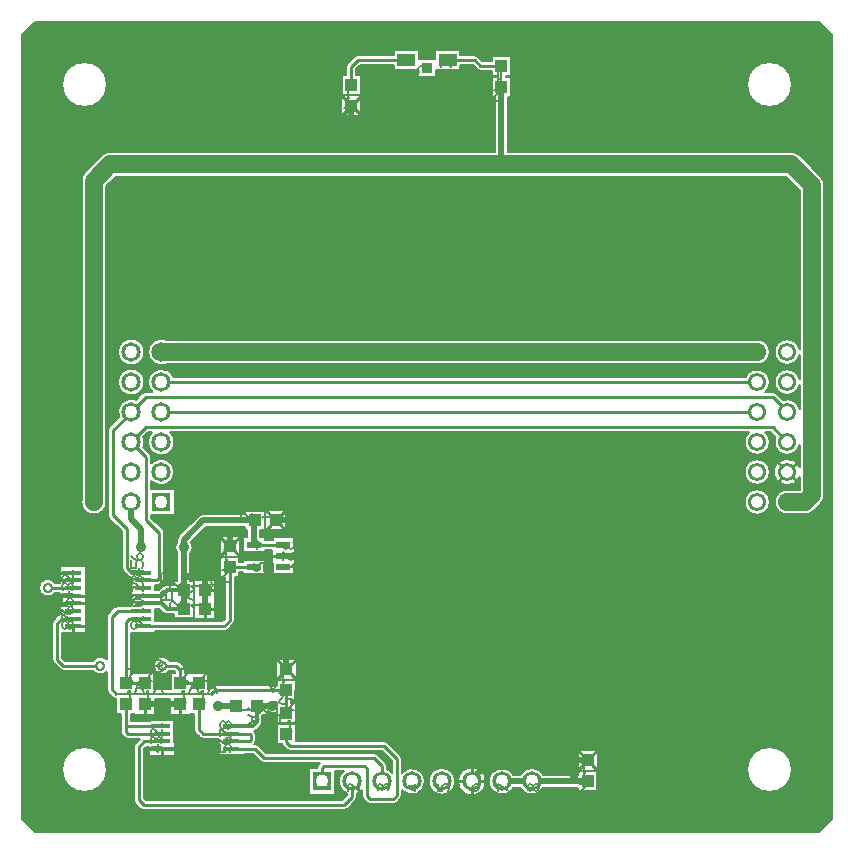
<source format=gbr>
G04 DesignSpark PCB PRO Gerber Version 10.0 Build 5299*
G04 #@! TF.Part,Single*
G04 #@! TF.FileFunction,Copper,L1,Top*
G04 #@! TF.FilePolarity,Positive*
%FSLAX35Y35*%
%MOIN*%
G04 #@! TA.AperFunction,SMDPad,CuDef*
%ADD77R,0.03937X0.04291*%
%ADD76R,0.03543X0.03543*%
G04 #@! TD.AperFunction*
%ADD18C,0.00500*%
%ADD70C,0.00787*%
%ADD23C,0.00984*%
%ADD22C,0.01000*%
%ADD26C,0.01181*%
%ADD24C,0.01969*%
%ADD137C,0.05906*%
G04 #@! TA.AperFunction,SMDPad,CuDef*
%ADD142R,0.05807X0.01772*%
%ADD143R,0.04724X0.02362*%
%ADD74R,0.04291X0.03937*%
%ADD75R,0.05906X0.04331*%
G04 #@! TA.AperFunction,ViaPad*
%ADD136C,0.03543X0.01969*%
%ADD138C,0.06000X0.03500*%
G04 #@! TA.AperFunction,ComponentPad*
%ADD139C,0.06102X0.04094*%
%ADD140R,0.06496X0.06496X0.04331*%
%ADD141C,0.06496X0.04331*%
%ADD144C,0.39370X0.25000*%
G04 #@! TD.AperFunction*
X0Y0D02*
D02*
D18*
X22333Y71804D02*
Y72429D01*
X22020Y73054D01*
X21396Y73366D01*
X20770Y73054D01*
X20458Y72429D01*
Y71804D01*
X20770Y71179D01*
X21396Y70866D01*
X22020Y71179D01*
X22333Y71804D01*
X22646Y71179D01*
X23270Y70866D01*
X23896Y71179D01*
X24208Y71804D01*
Y72429D01*
X23896Y73054D01*
X23270Y73366D01*
X22646Y73054D01*
X22333Y72429D01*
X24208Y73425D02*
X20458Y75925D01*
Y73425D01*
X23270Y75984D02*
X22646Y76297D01*
X22333Y76922D01*
Y77547D01*
X22646Y78172D01*
X23270Y78484D01*
X23896Y78172D01*
X24208Y77547D01*
Y76922D01*
X23896Y76297D01*
X23270Y75984D01*
X22333D01*
X21396Y76297D01*
X20770Y76922D01*
X20458Y77547D01*
X23896Y78543D02*
X24208Y79169D01*
Y80106D01*
X23896Y80731D01*
X23270Y81043D01*
X22958D01*
X22333Y80731D01*
X22020Y80106D01*
Y78543D01*
X20458D01*
Y81043D01*
X24208Y82665D02*
X20458D01*
X22958Y81102D01*
Y83602D01*
X23896Y83974D02*
X24208Y84599D01*
Y85224D01*
X23896Y85849D01*
X23270Y86161D01*
X22646Y85849D01*
X22333Y85224D01*
Y84599D01*
Y85224D02*
X22020Y85849D01*
X21396Y86161D01*
X20770Y85849D01*
X20458Y85224D01*
Y84599D01*
X20770Y83974D01*
X24208Y88720D02*
Y86220D01*
X22020Y88408D01*
X21396Y88720D01*
X20770Y88408D01*
X20458Y87783D01*
Y86846D01*
X20770Y86220D01*
X24208Y89405D02*
Y90655D01*
Y90030D02*
X20458D01*
X21083Y89405D01*
X42357Y46650D02*
X43607D01*
X42982D02*
Y50400D01*
X42357Y49775D01*
X44232Y53650D02*
X41732D01*
X43920Y55838D01*
X44232Y56463D01*
X43920Y57088D01*
X43295Y57400D01*
X42357D01*
X41732Y57088D01*
X44732Y49650D02*
X46295Y53400D01*
X47857Y49650D01*
X45357Y51213D02*
X47232D01*
X46920Y58525D02*
X47545Y58213D01*
X47857Y57588D01*
X47545Y56963D01*
X46920Y56650D01*
X44732D01*
Y60400D01*
X46920D01*
X47545Y60088D01*
X47857Y59463D01*
X47545Y58838D01*
X46920Y58525D01*
X44732D01*
X48657Y46650D02*
X49907D01*
X49281D02*
Y50400D01*
X48657Y49775D01*
X50531Y53650D02*
X48031D01*
X50219Y55838D01*
X50531Y56463D01*
X50219Y57088D01*
X49594Y57400D01*
X48657D01*
X48031Y57088D01*
X47342Y71804D02*
X47030Y72429D01*
X46404Y73054D01*
X45467Y73366D01*
X44530D01*
X43904Y73054D01*
X43592Y72429D01*
Y71804D01*
X43904Y71179D01*
X44530Y70866D01*
X45154Y71179D01*
X45467Y71804D01*
Y72429D01*
X45154Y73054D01*
X44530Y73366D01*
X47342Y74050D02*
Y75300D01*
Y74675D02*
X43592D01*
X44217Y74050D01*
X47030Y78738D02*
X47342Y79363D01*
Y79988D01*
X47030Y80613D01*
X46404Y80925D01*
X44530D01*
X43904Y80613D01*
X43592Y79988D01*
Y79363D01*
X43904Y78738D01*
X44530Y78425D01*
X46404D01*
X47030Y78738D01*
X43904Y80613D01*
X47342Y76609D02*
Y77859D01*
Y77234D02*
X43592D01*
X44217Y76609D01*
X47342Y81609D02*
Y82859D01*
Y82234D02*
X43592D01*
X44217Y81609D01*
X47342Y79169D02*
Y80419D01*
Y79793D02*
X43592D01*
X44217Y79169D01*
X47342Y86043D02*
Y83543D01*
X45154Y85731D01*
X44530Y86043D01*
X43904Y85731D01*
X43592Y85106D01*
Y84169D01*
X43904Y83543D01*
X47342Y81728D02*
Y82978D01*
Y82352D02*
X43592D01*
X44217Y81728D01*
X47030Y86415D02*
X47342Y87040D01*
Y87665D01*
X47030Y88290D01*
X46404Y88602D01*
X45780Y88290D01*
X45467Y87665D01*
Y87040D01*
Y87665D02*
X45154Y88290D01*
X44530Y88602D01*
X43904Y88290D01*
X43592Y87665D01*
Y87040D01*
X43904Y86415D01*
X47342Y84287D02*
Y85537D01*
Y84911D02*
X43592D01*
X44217Y84287D01*
X47342Y90224D02*
X43592D01*
X46092Y88661D01*
Y91161D01*
X47342Y86846D02*
Y88096D01*
Y87470D02*
X43592D01*
X44217Y86846D01*
X47030Y91220D02*
X47342Y91846D01*
Y92783D01*
X47030Y93408D01*
X46404Y93720D01*
X46092D01*
X45467Y93408D01*
X45154Y92783D01*
Y91220D01*
X43592D01*
Y93720D01*
X47342Y89405D02*
Y90655D01*
Y90030D02*
X43592D01*
X44217Y89405D01*
X46404Y93780D02*
X45780Y94092D01*
X45467Y94717D01*
Y95342D01*
X45780Y95967D01*
X46404Y96280D01*
X47030Y95967D01*
X47342Y95342D01*
Y94717D01*
X47030Y94092D01*
X46404Y93780D01*
X45467D01*
X44530Y94092D01*
X43904Y94717D01*
X43592Y95342D01*
X51031Y49650D02*
X52594Y53400D01*
X54157Y49650D01*
X51657Y51213D02*
X53531D01*
X53219Y58525D02*
X53844Y58213D01*
X54157Y57588D01*
X53844Y56963D01*
X53219Y56650D01*
X51031D01*
Y60400D01*
X53219D01*
X53844Y60088D01*
X54157Y59463D01*
X53844Y58838D01*
X53219Y58525D01*
X51031D01*
X53736Y31484D02*
X49986D01*
X52486Y29921D01*
Y32421D01*
X53423Y32793D02*
X53736Y33418D01*
Y34043D01*
X53423Y34668D01*
X52798Y34980D01*
X52173Y34668D01*
X51861Y34043D01*
Y33418D01*
Y34043D02*
X51548Y34668D01*
X50923Y34980D01*
X50298Y34668D01*
X49986Y34043D01*
Y33418D01*
X50298Y32793D01*
X53736Y37539D02*
Y35039D01*
X51548Y37227D01*
X50923Y37539D01*
X50298Y37227D01*
X49986Y36602D01*
Y35665D01*
X50298Y35039D01*
X53736Y38224D02*
Y39474D01*
Y38848D02*
X49986D01*
X50611Y38224D01*
X55254Y82746D02*
X55567Y83372D01*
X56192Y83684D01*
X56817Y83372D01*
X57130Y82746D01*
Y80559D01*
X53380D01*
Y82746D01*
X53692Y83372D01*
X54317Y83684D01*
X54942Y83372D01*
X55254Y82746D01*
Y80559D01*
Y89046D02*
X55567Y89671D01*
X56192Y89983D01*
X56817Y89671D01*
X57130Y89046D01*
Y86858D01*
X53380D01*
Y89046D01*
X53692Y89671D01*
X54317Y89983D01*
X54942Y89671D01*
X55254Y89046D01*
Y86858D01*
X60468Y46650D02*
X61718D01*
X61093D02*
Y50400D01*
X60468Y49775D01*
X62343Y53650D02*
X59843D01*
X62030Y55838D01*
X62343Y56463D01*
X62030Y57088D01*
X61405Y57400D01*
X60468D01*
X59843Y57088D01*
X60130Y80059D02*
Y77559D01*
X57942Y79746D01*
X57317Y80059D01*
X56692Y79746D01*
X56380Y79122D01*
Y78184D01*
X56692Y77559D01*
X60130Y86358D02*
Y83858D01*
X57942Y86046D01*
X57317Y86358D01*
X56692Y86046D01*
X56380Y85421D01*
Y84483D01*
X56692Y83858D01*
X62843Y49650D02*
X64405Y53400D01*
X65968Y49650D01*
X63468Y51213D02*
X65343D01*
X65030Y58525D02*
X65655Y58213D01*
X65968Y57588D01*
X65655Y56963D01*
X65030Y56650D01*
X62843D01*
Y60400D01*
X65030D01*
X65655Y60088D01*
X65968Y59463D01*
X65655Y58838D01*
X65030Y58525D01*
X62843D01*
X64130Y80559D02*
X60380Y82122D01*
X64130Y83684D01*
X62567Y81184D02*
Y83059D01*
X64130Y86858D02*
X60380Y88421D01*
X64130Y89983D01*
X62567Y87483D02*
Y89358D01*
X66767Y46650D02*
X68017D01*
X67392D02*
Y50400D01*
X66767Y49775D01*
X68642Y53650D02*
X66142D01*
X68329Y55838D01*
X68642Y56463D01*
X68329Y57088D01*
X67704Y57400D01*
X66767D01*
X66142Y57088D01*
X67130Y78184D02*
Y79434D01*
Y78809D02*
X63380D01*
X64004Y78184D01*
X67130Y84483D02*
Y85733D01*
Y85108D02*
X63380D01*
X64004Y84483D01*
X69142Y49650D02*
X70704Y53400D01*
X72267Y49650D01*
X69767Y51213D02*
X71642D01*
X71329Y58525D02*
X71954Y58213D01*
X72267Y57588D01*
X71954Y56963D01*
X71329Y56650D01*
X69142D01*
Y60400D01*
X71329D01*
X71954Y60088D01*
X72267Y59463D01*
X71954Y58838D01*
X71329Y58525D01*
X69142D01*
X71191Y85569D02*
X70565Y85882D01*
X70253Y86507D01*
X70565Y87132D01*
X71191Y87444D01*
X73378D01*
Y83694D01*
X71191D01*
X70565Y84007D01*
X70253Y84632D01*
X70565Y85257D01*
X71191Y85569D01*
X73378D01*
Y94444D02*
X71815Y90694D01*
X70253Y94444D01*
X72753Y92882D02*
X70878D01*
X73878Y90444D02*
X76378D01*
X74191Y88257D01*
X73878Y87632D01*
X74191Y87007D01*
X74815Y86694D01*
X75753D01*
X76378Y87007D01*
X75753Y97444D02*
X74503D01*
X75128D02*
Y93694D01*
X75753Y94319D01*
X76557Y29921D02*
X76870Y30546D01*
Y31484D01*
X76557Y32109D01*
X75932Y32421D01*
X75620D01*
X74994Y32109D01*
X74682Y31484D01*
Y29921D01*
X73120D01*
Y32421D01*
X75932Y32480D02*
X75307Y32793D01*
X74994Y33418D01*
Y34043D01*
X75307Y34668D01*
X75932Y34980D01*
X76557Y34668D01*
X76870Y34043D01*
Y33418D01*
X76557Y32793D01*
X75932Y32480D01*
X74994D01*
X74057Y32793D01*
X73432Y33418D01*
X73120Y34043D01*
X76870Y35039D02*
X73120Y37539D01*
Y35039D01*
X74994Y38536D02*
Y39161D01*
X74682Y39786D01*
X74057Y40098D01*
X73432Y39786D01*
X73120Y39161D01*
Y38536D01*
X73432Y37911D01*
X74057Y37598D01*
X74682Y37911D01*
X74994Y38536D01*
X75307Y37911D01*
X75932Y37598D01*
X76557Y37911D01*
X76870Y38536D01*
Y39161D01*
X76557Y39786D01*
X75932Y40098D01*
X75307Y39786D01*
X74994Y39161D01*
X79327Y44650D02*
Y43400D01*
Y44026D02*
X83077D01*
X82452Y44650D01*
X82327Y42276D02*
X86077Y40713D01*
X82327Y39150D01*
X83890Y41650D02*
Y39776D01*
X78876Y112274D02*
X79189Y112899D01*
X79814Y113212D01*
X80439Y112899D01*
X80752Y112274D01*
Y110087D01*
X77002D01*
Y112274D01*
X77314Y112899D01*
X77939Y113212D01*
X78564Y112899D01*
X78876Y112274D01*
Y110087D01*
X84518Y92717D02*
X84205Y92091D01*
Y91154D01*
X84518Y90529D01*
X85143Y90217D01*
X85455D01*
X86080Y90529D01*
X86393Y91154D01*
Y92717D01*
X87955D01*
Y90217D01*
X84205Y98634D02*
X87955D01*
X85455Y100197D01*
Y97697D01*
X83752Y109587D02*
Y107087D01*
X81564Y109274D01*
X80939Y109587D01*
X80314Y109274D01*
X80002Y108649D01*
Y107712D01*
X80314Y107087D01*
X86327Y42776D02*
Y45276D01*
X88515Y43088D01*
X89140Y42776D01*
X89765Y43088D01*
X90077Y43713D01*
Y44650D01*
X89765Y45276D01*
X91202Y40088D02*
X90890Y39463D01*
X90265Y39150D01*
X89640Y39463D01*
X89327Y40088D01*
Y42276D01*
X93077D01*
Y40088D01*
X92765Y39463D01*
X92140Y39150D01*
X91515Y39463D01*
X91202Y40088D01*
Y42276D01*
X87752Y110087D02*
X84002Y111649D01*
X87752Y113212D01*
X86189Y110712D02*
Y112587D01*
X90752Y107712D02*
Y108962D01*
Y108337D02*
X87002D01*
X87626Y107712D01*
X90088Y44624D02*
X89463Y44937D01*
X89150Y45562D01*
X89463Y46187D01*
X90088Y46500D01*
X92276D01*
Y42750D01*
X90088D01*
X89463Y43062D01*
X89150Y43687D01*
X89463Y44312D01*
X90088Y44624D01*
X92276D01*
Y53500D02*
X90713Y49750D01*
X89150Y53500D01*
X91650Y51937D02*
X89776D01*
X94048Y92091D02*
Y90841D01*
Y91467D02*
X97798D01*
X97173Y92091D01*
X94048Y93957D02*
Y96457D01*
X96235Y94269D01*
X96860Y93957D01*
X97485Y94269D01*
X97798Y94894D01*
Y95831D01*
X97485Y96457D01*
X94360Y99884D02*
X94048Y99259D01*
Y98634D01*
X94360Y98009D01*
X94985Y97697D01*
X95610Y98009D01*
X95923Y98634D01*
Y99259D01*
Y98634D02*
X96235Y98009D01*
X96860Y97697D01*
X97485Y98009D01*
X97798Y98634D01*
Y99259D01*
X97485Y99884D01*
X95901Y36807D02*
X97151D01*
X96526D02*
Y40557D01*
X95901Y39933D01*
X97776Y43807D02*
X95276D01*
X97463Y45995D01*
X97776Y46620D01*
X97463Y47245D01*
X96838Y47557D01*
X95901D01*
X95276Y47245D01*
X92776Y49500D02*
X95276D01*
X93088Y47312D01*
X92776Y46687D01*
X93088Y46062D01*
X93713Y45750D01*
X94650D01*
X95276Y46062D01*
X94650Y56500D02*
X93400D01*
X94026D02*
Y52750D01*
X94650Y53374D01*
X98276Y39807D02*
X99838Y43557D01*
X101401Y39807D01*
X98901Y41370D02*
X100776D01*
X100463Y48683D02*
X101088Y48370D01*
X101401Y47745D01*
X101088Y47120D01*
X100463Y46807D01*
X98276D01*
Y50557D01*
X100463D01*
X101088Y50245D01*
X101401Y49620D01*
X101088Y48995D01*
X100463Y48683D01*
X98276D01*
X109397Y17456D02*
Y18706D01*
Y18081D02*
X105647D01*
X106272Y17456D01*
X111742Y239506D02*
X111117Y239819D01*
X110804Y240444D01*
X111117Y241069D01*
X111742Y241381D01*
X113929D01*
Y237631D01*
X111742D01*
X111117Y237944D01*
X110804Y238569D01*
X111117Y239194D01*
X111742Y239506D01*
X113929D01*
Y248381D02*
X112367Y244631D01*
X110804Y248381D01*
X113304Y246819D02*
X111429D01*
X114429Y244381D02*
X116929D01*
X114742Y242194D01*
X114429Y241569D01*
X114742Y240944D01*
X115367Y240631D01*
X116304D01*
X116929Y240944D01*
X116304Y251381D02*
X115054D01*
X115679D02*
Y247631D01*
X116304Y248256D01*
X119397Y19331D02*
Y16831D01*
X117209Y19018D01*
X116585Y19331D01*
X115959Y19018D01*
X115647Y18393D01*
Y17456D01*
X115959Y16831D01*
X129085Y17143D02*
X129397Y17768D01*
Y18393D01*
X129085Y19018D01*
X128459Y19331D01*
X127835Y19018D01*
X127522Y18393D01*
Y17768D01*
Y18393D02*
X127209Y19018D01*
X126585Y19331D01*
X125959Y19018D01*
X125647Y18393D01*
Y17768D01*
X125959Y17143D01*
X136464Y258893D02*
Y260143D01*
Y259518D02*
X132714D01*
X133339Y258893D01*
X139397Y18393D02*
X135647D01*
X138147Y16831D01*
Y19331D01*
X142648Y256415D02*
X142960Y257040D01*
Y257665D01*
X142648Y258290D01*
X142022Y258602D01*
X141398Y258290D01*
X141085Y257665D01*
Y257040D01*
Y257665D02*
X140772Y258290D01*
X140148Y258602D01*
X139522Y258290D01*
X139210Y257665D01*
Y257040D01*
X139522Y256415D01*
X145761Y189433D02*
X147011D01*
X146386D02*
Y193183D01*
X145761Y192559D01*
X149085Y16831D02*
X149397Y17456D01*
Y18393D01*
X149085Y19018D01*
X148459Y19331D01*
X148147D01*
X147522Y19018D01*
X147209Y18393D01*
Y16831D01*
X145647D01*
Y19331D01*
X150244Y260768D02*
Y258268D01*
X148056Y260455D01*
X147431Y260768D01*
X146806Y260455D01*
X146494Y259830D01*
Y258893D01*
X146806Y258268D01*
X158459Y16831D02*
X157835Y17143D01*
X157522Y17768D01*
Y18393D01*
X157835Y19018D01*
X158459Y19331D01*
X159085Y19018D01*
X159397Y18393D01*
Y17768D01*
X159085Y17143D01*
X158459Y16831D01*
X157522D01*
X156585Y17143D01*
X155959Y17768D01*
X155647Y18393D01*
X164429Y250681D02*
X166929D01*
X164742Y248493D01*
X164429Y247868D01*
X164742Y247243D01*
X165367Y246931D01*
X166304D01*
X166929Y247243D01*
Y252618D02*
Y257618D01*
X166304Y257681D02*
X165054D01*
X165679D02*
Y253931D01*
X166304Y254556D01*
X169397Y16831D02*
X165647Y19331D01*
Y16831D01*
X177522Y17768D02*
Y18393D01*
X177209Y19018D01*
X176585Y19331D01*
X175959Y19018D01*
X175647Y18393D01*
Y17768D01*
X175959Y17143D01*
X176585Y16831D01*
X177209Y17143D01*
X177522Y17768D01*
X177835Y17143D01*
X178459Y16831D01*
X179085Y17143D01*
X179397Y17768D01*
Y18393D01*
X179085Y19018D01*
X178459Y19331D01*
X177835Y19018D01*
X177522Y18393D01*
X190482Y14309D02*
X189857Y14622D01*
X189544Y15247D01*
X189857Y15872D01*
X190482Y16185D01*
X192669D01*
Y12435D01*
X190482D01*
X189857Y12747D01*
X189544Y13372D01*
X189857Y13997D01*
X190482Y14309D01*
X192669D01*
Y23185D02*
X191107Y19435D01*
X189544Y23185D01*
X192044Y21622D02*
X190169D01*
X193169Y19185D02*
X195669D01*
X193482Y16997D01*
X193169Y16372D01*
X193482Y15747D01*
X194107Y15435D01*
X195044D01*
X195669Y15747D01*
X195044Y26185D02*
X193794D01*
X194419D02*
Y22435D01*
X195044Y23059D01*
D02*
D70*
X6974Y268984D02*
Y7394D01*
X11331Y3037D01*
X272921D01*
X277278Y7394D01*
Y268984D01*
X272921Y273341D01*
X11331D01*
X6974Y268984D01*
X273394Y221626D02*
G75*
G02*
X274606Y218701I-2922J-2925D01*
G01*
Y115551D01*
G75*
G02*
X273394Y112626I-4134J0D01*
G01*
X271035Y110268D01*
G75*
G02*
X268110Y109055I-2925J2922D01*
G01*
X263112D01*
G75*
G02*
X257972Y113189I-907J4134D01*
G01*
G75*
G02*
X263112Y117323I4232J0D01*
G01*
X266339D01*
Y121556D01*
G75*
G02*
X257760Y123189I-4134J1633D01*
G01*
G75*
G02*
X266339Y124822I4445J0D01*
G01*
Y132281D01*
G75*
G02*
X257972Y133189I-4134J907D01*
G01*
G75*
G02*
X258273Y134755I4233J0D01*
G01*
X256630Y136398D01*
X254965D01*
G75*
G02*
X256437Y133189I-2760J-3209D01*
G01*
G75*
G02*
X247972I-4232J0D01*
G01*
G75*
G02*
X249445Y136398I4232J0D01*
G01*
X56596D01*
G75*
G02*
X57972Y133189I-3053J-3209D01*
G01*
G75*
G02*
X49114I-4429J0D01*
G01*
G75*
G02*
X50490Y136398I4429J0D01*
G01*
X49000D01*
X47591Y134988D01*
G75*
G02*
X47626Y131472I-4047J-1799D01*
G01*
X49803Y129295D01*
G75*
G02*
X50295Y128110I-1181J-1185D01*
G01*
Y126200D01*
G75*
G02*
X57972Y123189I3248J-3011D01*
G01*
G75*
G02*
X50295Y120178I-4429J0D01*
G01*
Y117618D01*
X57972D01*
Y108760D01*
X50295D01*
Y107976D01*
X54134Y104138D01*
G75*
G02*
X54626Y102953I-1181J-1185D01*
G01*
Y87992D01*
G75*
G02*
X54134Y86807I-1673J0D01*
G01*
X53252Y85925D01*
G75*
G02*
X52067Y85433I-1185J1181D01*
G01*
X51478D01*
Y83760D01*
X52908D01*
X54258Y85110D01*
G75*
G02*
X55512Y85630I1254J-1252D01*
G01*
X57740D01*
Y87008D01*
X58902D01*
Y96024D01*
G75*
G02*
Y100039I2165J2007D01*
G01*
Y100634D01*
G75*
G02*
X59536Y102165I2165J0D01*
G01*
X65989Y108618D01*
G75*
G02*
X67522Y109252I1531J-1531D01*
G01*
X81362D01*
Y110236D01*
X88016D01*
Y103937D01*
X86614D01*
Y101378D01*
X87992D01*
Y100689D01*
X90748D01*
Y101378D01*
X97835D01*
Y97850D01*
X98047D01*
Y92701D01*
X97835D01*
Y89173D01*
X90748D01*
Y92701D01*
X90535D01*
Y97343D01*
X87992D01*
Y96654D01*
X80906D01*
Y101378D01*
X82283D01*
Y103937D01*
X81362D01*
Y104921D01*
X68417D01*
X63372Y99877D01*
G75*
G02*
X63232Y96024I-2305J-1845D01*
G01*
Y87008D01*
X64394D01*
Y74409D01*
X57740D01*
Y75787D01*
X55512D01*
G75*
G02*
X54258Y76307I0J1772D01*
G01*
X52908Y77657D01*
X51478D01*
Y73425D01*
X73815D01*
X74705Y74315D01*
Y88055D01*
X73228D01*
Y94709D01*
X79528D01*
Y93209D01*
X80906D01*
Y93898D01*
X87992D01*
Y89173D01*
X80906D01*
Y89862D01*
X79528D01*
Y88055D01*
X78051D01*
Y73626D01*
G75*
G02*
Y73623I-793J-1D01*
G01*
G75*
G02*
Y73622I-683J0D01*
G01*
G75*
G02*
X77561Y72439I-1673J0D01*
G01*
X75691Y70569D01*
G75*
G02*
X74504Y70079I-1183J1183D01*
G01*
X51478D01*
Y69685D01*
X43406D01*
Y56039D01*
X51181D01*
Y50787D01*
X56693D01*
Y56039D01*
X58169D01*
Y56591D01*
X57772Y56988D01*
X56370D01*
G75*
G02*
X50984Y58661I-2433J1673D01*
G01*
G75*
G02*
X56370Y60335I2953J0D01*
G01*
X58465D01*
G75*
G02*
X59650Y59843I0J-1673D01*
G01*
X61024Y58469D01*
G75*
G02*
X61516Y57283I-1181J-1185D01*
G01*
Y56039D01*
X69291D01*
Y50791D01*
X70120Y51620D01*
G75*
G02*
X71307Y52110I1183J-1183D01*
G01*
X92126D01*
Y53764D01*
X98425D01*
Y47110D01*
X96949D01*
Y46197D01*
X98425D01*
Y39543D01*
X92126D01*
Y42778D01*
G75*
G02*
X88717Y42962I-1575J2498D01*
G01*
Y42126D01*
X87161D01*
Y39764D01*
G75*
G02*
X86642Y38510I-1772J0D01*
G01*
X85364Y37232D01*
G75*
G02*
X84506Y36757I-1254J1252D01*
G01*
X84646Y36618D01*
G75*
G02*
X85138Y35433I-1181J-1185D01*
G01*
Y33858D01*
G75*
G02*
X84646Y32673I-1673J0D01*
G01*
X84453Y32480D01*
X84941D01*
G75*
G02*
X86126Y31988I0J-1673D01*
G01*
X88488Y29626D01*
X124327D01*
G75*
G02*
X125514Y29136I3J-1673D01*
G01*
X128270Y26380D01*
G75*
G02*
X128760Y25197I-1183J-1183D01*
G01*
G75*
G02*
Y25196I-683J0D01*
G01*
G75*
G02*
Y25193I-793J-1D01*
G01*
Y24180D01*
G75*
G02*
X130413Y23003I-1673J-4101D01*
G01*
Y26866D01*
X127063Y30217D01*
X96457D01*
G75*
G02*
X95272Y30709I0J1673D01*
G01*
X94094Y31886D01*
G75*
G02*
X93688Y32543I1181J1185D01*
G01*
X92126D01*
Y39197D01*
X98425D01*
Y33563D01*
X127756D01*
G75*
G02*
X128941Y33071I0J-1673D01*
G01*
X133268Y28744D01*
G75*
G02*
X133760Y27559I-1181J-1185D01*
G01*
Y23003D01*
G75*
G02*
X141516Y20079I3327J-2924D01*
G01*
G75*
G02*
X133760Y17155I-4429J0D01*
G01*
Y15354D01*
G75*
G02*
X133268Y14169I-1673J0D01*
G01*
X132091Y12992D01*
G75*
G02*
X130906Y12500I-1185J1181D01*
G01*
X123228D01*
G75*
G02*
X122043Y12992I0J1673D01*
G01*
X120866Y14169D01*
G75*
G02*
X120374Y15354I1181J1185D01*
G01*
Y17111D01*
G75*
G02*
X118760Y15978I-3287J2969D01*
G01*
Y14724D01*
G75*
G02*
X118268Y13539I-1673J0D01*
G01*
X115752Y11024D01*
G75*
G02*
X114567Y10531I-1185J1181D01*
G01*
X47641D01*
G75*
G02*
X46455Y11022I-3J1673D01*
G01*
X44880Y12596D01*
G75*
G02*
X44390Y13780I1183J1183D01*
G01*
G75*
G02*
Y13783I793J2D01*
G01*
Y31493D01*
G75*
G02*
Y31495I793J2D01*
G01*
G75*
G02*
Y31496I683J0D01*
G01*
G75*
G02*
X44880Y32679I1673J0D01*
G01*
X46453Y34252D01*
X42425D01*
G75*
G02*
X41238Y34742I-3J1673D01*
G01*
X40549Y35431D01*
G75*
G02*
X40059Y36614I1183J1183D01*
G01*
G75*
G02*
Y36615I683J0D01*
G01*
G75*
G02*
Y36618I793J2D01*
G01*
Y42386D01*
X38583D01*
Y47539D01*
G75*
G02*
X37400Y48030I0J1673D01*
G01*
X35825Y49604D01*
G75*
G02*
X35335Y50787I1183J1183D01*
G01*
G75*
G02*
Y50788I683J0D01*
G01*
G75*
G02*
Y50791I793J2D01*
G01*
Y56553D01*
G75*
G02*
X30835Y56988I-2067J2109D01*
G01*
X20866D01*
G75*
G02*
X19681Y57480I0J1673D01*
G01*
X17717Y59445D01*
G75*
G02*
X17224Y60630I1181J1185D01*
G01*
Y72835D01*
G75*
G02*
X17717Y74020I1673J0D01*
G01*
X19189Y75492D01*
G75*
G02*
X20175Y75972I1185J-1181D01*
G01*
Y77150D01*
X19963D01*
Y82874D01*
X18181D01*
G75*
G02*
X12795Y84547I-2433J1673D01*
G01*
G75*
G02*
X18181Y86220I2953J0D01*
G01*
X19963D01*
Y91945D01*
X28557D01*
Y84827D01*
X28344D01*
Y84268D01*
X28557D01*
Y77150D01*
X28344D01*
Y74031D01*
X28557D01*
Y69472D01*
X20571D01*
Y61323D01*
X21559Y60335D01*
X30835D01*
G75*
G02*
X35335Y60770I2433J-1673D01*
G01*
Y74803D01*
G75*
G02*
X35827Y75988I1673J0D01*
G01*
X37890Y78051D01*
G75*
G02*
X39075Y78543I1185J-1181D01*
G01*
X43309D01*
Y88039D01*
G75*
G02*
X42518Y88482I392J1627D01*
G01*
X40943Y90057D01*
G75*
G02*
X40453Y91240I1183J1183D01*
G01*
G75*
G02*
Y91241I683J0D01*
G01*
G75*
G02*
Y91244I793J2D01*
G01*
Y103441D01*
X36220Y107673D01*
G75*
G02*
X35728Y108858I1181J1185D01*
G01*
Y137047D01*
G75*
G02*
X36220Y138232I1673J0D01*
G01*
X39460Y141472D01*
G75*
G02*
X45148Y147317I4083J1717D01*
G01*
X47240Y149409D01*
G75*
G02*
X48425Y149902I1185J-1181D01*
G01*
X50575D01*
G75*
G02*
X49114Y153189I2968J3287D01*
G01*
G75*
G02*
X57644Y154862I4429J0D01*
G01*
X248317D01*
G75*
G02*
X256437Y153189I3887J-1673D01*
G01*
G75*
G02*
X254870Y149902I-4232J0D01*
G01*
X257362D01*
G75*
G02*
X258547Y149409I0J-1673D01*
G01*
X260782Y147175D01*
G75*
G02*
X266339Y144096I1423J-3986D01*
G01*
Y152281D01*
G75*
G02*
X257972Y153189I-4134J907D01*
G01*
G75*
G02*
X266339Y154096I4232J0D01*
G01*
Y162281D01*
G75*
G02*
X257972Y163189I-4134J907D01*
G01*
G75*
G02*
X266339Y164096I4232J0D01*
G01*
Y216989D01*
X261674Y221654D01*
X38326D01*
X35236Y218563D01*
Y113816D01*
G75*
G02*
X35283Y113189I-4134J-627D01*
G01*
G75*
G02*
X26921I-4181J0D01*
G01*
G75*
G02*
X26969Y113816I4181J0D01*
G01*
Y220276D01*
G75*
G02*
X28181Y223200I4134J0D01*
G01*
X33689Y228709D01*
G75*
G02*
X36614Y229921I2925J-2922D01*
G01*
X164764D01*
Y248291D01*
X163780D01*
Y254945D01*
X165498D01*
Y255291D01*
X163780D01*
Y256945D01*
X159889D01*
G75*
G02*
X158703Y257435I-3J1673D01*
G01*
X157378Y258760D01*
X153150D01*
Y257087D01*
X145079D01*
Y254921D01*
X139173D01*
Y257087D01*
X131102D01*
Y258760D01*
X119787D01*
X118602Y257575D01*
Y255646D01*
X120079D01*
Y248992D01*
X113780D01*
Y255646D01*
X115256D01*
Y258264D01*
G75*
G02*
Y258267I793J2D01*
G01*
G75*
G02*
Y258268I683J0D01*
G01*
G75*
G02*
X115746Y259451I1673J0D01*
G01*
X117911Y261616D01*
G75*
G02*
X119098Y262106I1183J-1183D01*
G01*
X131102D01*
Y263780D01*
X139370D01*
Y260827D01*
X144882D01*
Y263780D01*
X153150D01*
Y262106D01*
X158067D01*
G75*
G02*
X159254Y261616I3J-1673D01*
G01*
X160579Y260291D01*
X163780D01*
Y261945D01*
X170079D01*
Y255291D01*
X168360D01*
Y254945D01*
X170079D01*
Y248291D01*
X169094D01*
Y229921D01*
X263386D01*
G75*
G02*
X266311Y228709I0J-4134D01*
G01*
X273394Y221626D01*
X39114Y153189D02*
G75*
G02*
X47972I4429J0D01*
G01*
G75*
G02*
X39114I-4429J0D01*
G01*
Y163189D02*
G75*
G02*
X47972I4429J0D01*
G01*
G75*
G02*
X39114I-4429J0D01*
G01*
X251297Y167323D02*
G75*
G02*
X256437Y163189I907J-4134D01*
G01*
G75*
G02*
X251297Y159055I-4232J0D01*
G01*
X55133D01*
G75*
G02*
X49114Y163189I-1590J4134D01*
G01*
G75*
G02*
X55133Y167323I4429J0D01*
G01*
X251297D01*
X88150Y110449D02*
X95228D01*
Y103724D01*
X88150D01*
Y110449D01*
X142657Y20079D02*
G75*
G02*
X151516I4429J0D01*
G01*
G75*
G02*
X142657I-4429J0D01*
G01*
X152445D02*
G75*
G02*
X161728I4642J0D01*
G01*
G75*
G02*
X152445I-4642J0D01*
G01*
X192520Y23449D02*
X198819D01*
Y16795D01*
X192520D01*
Y17913D01*
X180950D01*
G75*
G02*
X173223I-3864J2165D01*
G01*
X170950D01*
G75*
G02*
X162657Y20079I-3864J2165D01*
G01*
G75*
G02*
X170950Y22244I4429J0D01*
G01*
X173223D01*
G75*
G02*
X180950I3864J-2165D01*
G01*
X192520D01*
Y23449D01*
X192307Y30661D02*
X199031D01*
Y23583D01*
X192307D01*
Y30661D01*
X247972Y113189D02*
G75*
G02*
X256437I4232J0D01*
G01*
G75*
G02*
X247972I-4232J0D01*
G01*
X248819Y24016D02*
G75*
G02*
X263780I7480J0D01*
G01*
G75*
G02*
X248819I-7480J0D01*
G01*
X247972Y123189D02*
G75*
G02*
X256437I4232J0D01*
G01*
G75*
G02*
X247972I-4232J0D01*
G01*
X91913Y60976D02*
X98638D01*
Y53898D01*
X91913D01*
Y60976D01*
X73016Y101921D02*
X79740D01*
Y94843D01*
X73016D01*
Y101921D01*
X64528Y87220D02*
X71606D01*
Y74197D01*
X64528D01*
Y87220D01*
X20472Y24016D02*
G75*
G02*
X35433I7480J0D01*
G01*
G75*
G02*
X20472I-7480J0D01*
G01*
Y252362D02*
G75*
G02*
X35433I7480J0D01*
G01*
G75*
G02*
X20472I-7480J0D01*
G01*
X113567Y248858D02*
X120291D01*
Y241780D01*
X113567D01*
Y248858D01*
X248819Y252362D02*
G75*
G02*
X263780I7480J0D01*
G01*
G75*
G02*
X248819I-7480J0D01*
G01*
X7368Y20079D02*
G36*
X7368Y20079D02*
Y7000D01*
X10937Y3431D01*
X273315D01*
X276884Y7000D01*
Y20079D01*
X262659D01*
G75*
G02*
X249939I-6360J3937D01*
G01*
X198819D01*
Y16795D01*
X192520D01*
Y17913D01*
X180950D01*
G75*
G02*
X173223I-3864J2165D01*
G01*
X170950D01*
G75*
G02*
X162657Y20079I-3864J2165D01*
G01*
X161728D01*
G75*
G02*
X152445I-4642J0D01*
G01*
X151516D01*
G75*
G02*
X142657I-4429J0D01*
G01*
X141516D01*
Y20078D01*
G75*
G02*
X133760Y17155I-4429J0D01*
G01*
Y15354D01*
G75*
G02*
X133268Y14169I-1673J0D01*
G01*
X132091Y12992D01*
G75*
G02*
X130906Y12500I-1185J1180D01*
G01*
X123228D01*
G75*
G02*
X122043Y12992I0J1672D01*
G01*
X120866Y14169D01*
G75*
G02*
X120374Y15354I1181J1185D01*
G01*
Y17111D01*
G75*
G02*
X118760Y15978I-3285J2965D01*
G01*
Y14724D01*
G75*
G02*
X118268Y13539I-1673J0D01*
G01*
X115752Y11024D01*
G75*
G02*
X114567Y10531I-1185J1180D01*
G01*
X47641D01*
G75*
G02*
X46455Y11022I-3J1674D01*
G01*
X44880Y12596D01*
G75*
G02*
X44390Y13780I1185J1184D01*
G01*
Y13780D01*
Y13783D01*
Y20079D01*
X34313D01*
G75*
G02*
X21593I-6360J3937D01*
G01*
X7368D01*
G37*
Y27122D02*
G36*
X7368Y27122D02*
Y20079D01*
X21593D01*
G75*
G02*
X20472Y24016I6361J3937D01*
G01*
G75*
G02*
X21148Y27122I7481J0D01*
G01*
X7368D01*
G37*
X35433Y24016D02*
G36*
X35433Y24016D02*
G75*
G02*
X34313Y20079I-7481J0D01*
G01*
X44390D01*
Y27122D01*
X34757D01*
G75*
G02*
X35433Y24016I-6805J-3107D01*
G01*
G37*
X127528Y27122D02*
G36*
X127528Y27122D02*
X128270Y26380D01*
G75*
G02*
X128760Y25197I-1185J-1184D01*
G01*
Y25196D01*
Y25193D01*
Y24180D01*
G75*
G02*
X130413Y23003I-1673J-4101D01*
G01*
Y26866D01*
X130157Y27122D01*
X127528D01*
G37*
X133760D02*
G36*
X133760Y27122D02*
Y23003D01*
G75*
G02*
X141516Y20079I3327J-2924D01*
G01*
Y20079D01*
X142657D01*
G75*
G02*
X151516I4429J0D01*
G01*
X152445D01*
G75*
G02*
X161728I4642J0D01*
G01*
X162657D01*
G75*
G02*
X170950Y22244I4429J0D01*
G01*
X173223D01*
G75*
G02*
X180950I3864J-2165D01*
G01*
X192520D01*
Y23449D01*
X198819D01*
Y20079D01*
X249939D01*
G75*
G02*
X248819Y24016I6361J3937D01*
G01*
G75*
G02*
X249494Y27122I7481J0D01*
G01*
X199031D01*
Y23583D01*
X192307D01*
Y27122D01*
X133760D01*
G37*
X263780Y24016D02*
G36*
X263780Y24016D02*
G75*
G02*
X262659Y20079I-7481J0D01*
G01*
X276884D01*
Y27122D01*
X263104D01*
G75*
G02*
X263780Y24016I-6805J-3107D01*
G01*
G37*
X7368Y57437D02*
G36*
X7368Y57437D02*
Y27122D01*
X21148D01*
G75*
G02*
X34757I6805J-3106D01*
G01*
X44390D01*
Y31493D01*
Y31495D01*
Y31496D01*
G75*
G02*
X44880Y32679I1676J-1D01*
G01*
X46453Y34252D01*
X42425D01*
G75*
G02*
X41238Y34742I-3J1674D01*
G01*
X40549Y35431D01*
G75*
G02*
X40059Y36614I1185J1184D01*
G01*
Y36615D01*
Y36618D01*
Y42386D01*
X38583D01*
Y47539D01*
G75*
G02*
X37400Y48030I1J1676D01*
G01*
X35825Y49604D01*
G75*
G02*
X35335Y50787I1185J1184D01*
G01*
Y50788D01*
Y50791D01*
Y56553D01*
G75*
G02*
X30835Y56988I-2067J2109D01*
G01*
X20866D01*
G75*
G02*
X19726Y57437I0J1672D01*
G01*
X7368D01*
G37*
X43406D02*
G36*
X43406Y57437D02*
Y56039D01*
X51181D01*
Y50787D01*
X56693D01*
Y56039D01*
X58169D01*
Y56591D01*
X57772Y56988D01*
X56370D01*
G75*
G02*
X51250Y57437I-2433J1674D01*
G01*
X43406D01*
G37*
X61516Y57283D02*
G36*
X61516Y57283D02*
Y56039D01*
X69291D01*
Y50791D01*
X70120Y51620D01*
G75*
G02*
X71307Y52110I1183J-1184D01*
G01*
X92126D01*
Y53764D01*
X98425D01*
Y47110D01*
X96949D01*
Y46197D01*
X98425D01*
Y39543D01*
X92126D01*
Y42778D01*
G75*
G02*
X88717Y42962I-1575J2498D01*
G01*
Y42126D01*
X87161D01*
Y39764D01*
G75*
G02*
X86642Y38510I-1772J0D01*
G01*
X85364Y37232D01*
G75*
G02*
X84506Y36757I-1252J1249D01*
G01*
X84646Y36618D01*
G75*
G02*
X85138Y35433I-1181J-1185D01*
G01*
Y33858D01*
G75*
G02*
X84646Y32673I-1673J0D01*
G01*
X84453Y32480D01*
X84941D01*
G75*
G02*
X86126Y31988I0J-1672D01*
G01*
X88488Y29626D01*
X124327D01*
G75*
G02*
X125514Y29136I3J-1674D01*
G01*
X127528Y27122D01*
X130157D01*
X127063Y30217D01*
X96457D01*
G75*
G02*
X95272Y30709I0J1672D01*
G01*
X94094Y31886D01*
G75*
G02*
X93688Y32543I1187J1189D01*
G01*
X92126D01*
Y39197D01*
X98425D01*
Y33563D01*
X127756D01*
G75*
G02*
X128941Y33071I0J-1672D01*
G01*
X133268Y28744D01*
G75*
G02*
X133760Y27559I-1181J-1185D01*
G01*
Y27122D01*
X192307D01*
Y30661D01*
X199031D01*
Y27122D01*
X249494D01*
G75*
G02*
X263104I6805J-3106D01*
G01*
X276884D01*
Y57437D01*
X98638D01*
Y53898D01*
X91913D01*
Y57437D01*
X61509D01*
G75*
G02*
X61516Y57283I-1667J-154D01*
G01*
G37*
X7368Y80709D02*
G36*
X7368Y80709D02*
Y57437D01*
X19726D01*
G75*
G02*
X19681Y57480I1140J1226D01*
G01*
X17717Y59445D01*
G75*
G02*
X17224Y60630I1181J1185D01*
G01*
Y72835D01*
G75*
G02*
X17717Y74020I1673J0D01*
G01*
X19189Y75492D01*
G75*
G02*
X20175Y75972I1186J-1183D01*
G01*
Y77150D01*
X19963D01*
Y80709D01*
X7368D01*
G37*
X20571Y69472D02*
G36*
X20571Y69472D02*
Y61323D01*
X21559Y60335D01*
X30835D01*
G75*
G02*
X35335Y60770I2433J-1674D01*
G01*
Y74803D01*
G75*
G02*
X35827Y75988I1673J0D01*
G01*
X37890Y78051D01*
G75*
G02*
X39075Y78543I1185J-1180D01*
G01*
X43309D01*
Y80709D01*
X28557D01*
Y77150D01*
X28344D01*
Y74031D01*
X28557D01*
Y69472D01*
X20571D01*
G37*
X43406Y69685D02*
G36*
X43406Y69685D02*
Y57437D01*
X51250D01*
G75*
G02*
X50984Y58661I2687J1224D01*
G01*
G75*
G02*
X56370Y60335I2953J0D01*
G01*
X58465D01*
G75*
G02*
X59650Y59843I0J-1672D01*
G01*
X61024Y58469D01*
G75*
G02*
X61509Y57437I-1180J-1185D01*
G01*
X91913D01*
Y60976D01*
X98638D01*
Y57437D01*
X276884D01*
Y80709D01*
X78051D01*
Y73626D01*
Y73623D01*
Y73622D01*
G75*
G02*
X77561Y72439I-1676J1D01*
G01*
X75691Y70569D01*
G75*
G02*
X74504Y70079I-1183J1184D01*
G01*
X51478D01*
Y69685D01*
X43406D01*
G37*
X51478Y77657D02*
G36*
X51478Y77657D02*
Y73425D01*
X73815D01*
X74705Y74315D01*
Y80709D01*
X71606D01*
Y74197D01*
X64528D01*
Y80709D01*
X64394D01*
Y74409D01*
X57740D01*
Y75787D01*
X55512D01*
G75*
G02*
X54258Y76307I0J1772D01*
G01*
X52908Y77657D01*
X51478D01*
G37*
X7368Y98382D02*
G36*
X7368Y98382D02*
Y80709D01*
X19963D01*
Y82874D01*
X18181D01*
G75*
G02*
X12795Y84547I-2433J1674D01*
G01*
G75*
G02*
X18181Y86220I2953J0D01*
G01*
X19963D01*
Y91945D01*
X28557D01*
Y84827D01*
X28344D01*
Y84268D01*
X28557D01*
Y80709D01*
X43309D01*
Y88039D01*
G75*
G02*
X42518Y88482I393J1629D01*
G01*
X40943Y90057D01*
G75*
G02*
X40453Y91240I1185J1184D01*
G01*
Y91241D01*
Y91244D01*
Y98382D01*
X7368D01*
G37*
X51478Y85433D02*
G36*
X51478Y85433D02*
Y83760D01*
X52908D01*
X54258Y85110D01*
G75*
G02*
X55512Y85630I1254J-1252D01*
G01*
X57740D01*
Y87008D01*
X58902D01*
Y96024D01*
G75*
G02*
X58114Y98031I2165J2007D01*
G01*
G75*
G02*
X58135Y98382I2953J0D01*
G01*
X54626D01*
Y87992D01*
G75*
G02*
X54134Y86807I-1673J0D01*
G01*
X53252Y85925D01*
G75*
G02*
X52067Y85433I-1185J1180D01*
G01*
X51478D01*
G37*
X63232Y96024D02*
G36*
X63232Y96024D02*
Y87008D01*
X64394D01*
Y80709D01*
X64528D01*
Y87220D01*
X71606D01*
Y80709D01*
X74705D01*
Y88055D01*
X73228D01*
Y94709D01*
X79528D01*
Y93209D01*
X80906D01*
Y93898D01*
X87992D01*
Y89173D01*
X80906D01*
Y89862D01*
X79528D01*
Y88055D01*
X78051D01*
Y80709D01*
X276884D01*
Y98382D01*
X97835D01*
Y97850D01*
X98047D01*
Y92701D01*
X97835D01*
Y89173D01*
X90748D01*
Y92701D01*
X90535D01*
Y97343D01*
X87992D01*
Y96654D01*
X80906D01*
Y98382D01*
X79740D01*
Y94843D01*
X73016D01*
Y98382D01*
X63999D01*
G75*
G02*
X64020Y98031I-2932J-350D01*
G01*
G75*
G02*
X63232Y96024I-2953J0D01*
G01*
G37*
X7368Y107087D02*
G36*
X7368Y107087D02*
Y98382D01*
X40453D01*
Y103441D01*
X36807Y107087D01*
X7368D01*
G37*
X51185D02*
G36*
X51185Y107087D02*
X54134Y104138D01*
G75*
G02*
X54626Y102953I-1181J-1185D01*
G01*
Y98382D01*
X58135D01*
G75*
G02*
X58902Y100039I2932J-350D01*
G01*
Y100634D01*
G75*
G02*
X59536Y102165I2166J0D01*
G01*
X64457Y107087D01*
X51185D01*
G37*
X63372Y99877D02*
G36*
X63372Y99877D02*
G75*
G02*
X63999Y98382I-2305J-1845D01*
G01*
X73016D01*
Y101921D01*
X79740D01*
Y98382D01*
X80906D01*
Y101378D01*
X82283D01*
Y103937D01*
X81362D01*
Y104921D01*
X68417D01*
X63372Y99877D01*
G37*
X86614Y103937D02*
G36*
X86614Y103937D02*
Y101378D01*
X87992D01*
Y100689D01*
X90748D01*
Y101378D01*
X97835D01*
Y98382D01*
X276884D01*
Y107087D01*
X95228D01*
Y103724D01*
X88150D01*
Y107087D01*
X88016D01*
Y103937D01*
X86614D01*
G37*
X7368Y113189D02*
G36*
X7368Y113189D02*
Y107087D01*
X36807D01*
X36220Y107673D01*
G75*
G02*
X35728Y108858I1181J1185D01*
G01*
Y113189D01*
X35283D01*
G75*
G02*
X26921I-4181J0D01*
G01*
X7368D01*
G37*
X50295Y108760D02*
G36*
X50295Y108760D02*
Y107976D01*
X51185Y107087D01*
X64457D01*
X65989Y108618D01*
G75*
G02*
X67522Y109252I1532J-1533D01*
G01*
X81362D01*
Y110236D01*
X88016D01*
Y107087D01*
X88150D01*
Y110449D01*
X95228D01*
Y107087D01*
X276884D01*
Y113189D01*
X273865D01*
G75*
G02*
X273394Y112626I-3394J2363D01*
G01*
X271035Y110268D01*
G75*
G02*
X268110Y109055I-2926J2923D01*
G01*
X263112D01*
G75*
G02*
X257972Y113189I-907J4134D01*
G01*
X256437D01*
G75*
G02*
X247972I-4232J0D01*
G01*
X57972D01*
Y108760D01*
X50295D01*
G37*
X7368Y123189D02*
G36*
X7368Y123189D02*
Y113189D01*
X26921D01*
Y113189D01*
G75*
G02*
X26969Y113816I4177J0D01*
G01*
Y123189D01*
X7368D01*
G37*
X35236D02*
G36*
X35236Y123189D02*
Y113816D01*
G75*
G02*
X35283Y113189I-4130J-626D01*
G01*
Y113189D01*
X35728D01*
Y123189D01*
X35236D01*
G37*
X50295Y120178D02*
G36*
X50295Y120178D02*
Y117618D01*
X57972D01*
Y113189D01*
X247972D01*
G75*
G02*
X256437I4232J0D01*
G01*
X257972D01*
G75*
G02*
X263112Y117323I4232J0D01*
G01*
X266339D01*
Y121556D01*
G75*
G02*
X257760Y123189I-4134J1633D01*
G01*
X256437D01*
G75*
G02*
X247972I-4232J0D01*
G01*
X57972D01*
G75*
G02*
X50295Y120178I-4429J0D01*
G01*
G37*
X274606Y115551D02*
G36*
X274606Y115551D02*
G75*
G02*
X273865Y113189I-4136J1D01*
G01*
X276884D01*
Y123189D01*
X274606D01*
Y115551D01*
G37*
X7368Y137156D02*
G36*
X7368Y137156D02*
Y123189D01*
X26969D01*
Y137156D01*
X7368D01*
G37*
X35236D02*
G36*
X35236Y137156D02*
Y123189D01*
X35728D01*
Y137047D01*
G75*
G02*
X35732Y137156I1675J-1D01*
G01*
X35236D01*
G37*
X47973Y133189D02*
G36*
X47973Y133189D02*
G75*
G02*
X47626Y131472I-4428J0D01*
G01*
X49803Y129295D01*
G75*
G02*
X50295Y128110I-1181J-1185D01*
G01*
Y126200D01*
G75*
G02*
X57972Y123189I3248J-3011D01*
G01*
X247972D01*
G75*
G02*
X256437I4232J0D01*
G01*
X257760D01*
G75*
G02*
X266339Y124822I4445J0D01*
G01*
Y132281D01*
G75*
G02*
X257972Y133189I-4134J907D01*
G01*
G75*
G02*
X258273Y134755I4241J-2D01*
G01*
X256630Y136398D01*
X254965D01*
G75*
G02*
X256437Y133189I-2761J-3209D01*
G01*
G75*
G02*
X247972I-4232J0D01*
G01*
G75*
G02*
X249445Y136398I4233J0D01*
G01*
X56596D01*
G75*
G02*
X57972Y133189I-3055J-3209D01*
G01*
G75*
G02*
X49114I-4429J0D01*
G01*
G75*
G02*
X50490Y136398I4431J-1D01*
G01*
X49000D01*
X47591Y134988D01*
G75*
G02*
X47973Y133189I-4045J-1800D01*
G01*
G37*
X274606Y137156D02*
G36*
X274606Y137156D02*
Y123189D01*
X276884D01*
Y137156D01*
X274606D01*
G37*
X7368Y153189D02*
G36*
X7368Y153189D02*
Y137156D01*
X26969D01*
Y153189D01*
X7368D01*
G37*
X35236D02*
G36*
X35236Y153189D02*
Y137156D01*
X35732D01*
G75*
G02*
X36220Y138232I1669J-108D01*
G01*
X39460Y141472D01*
G75*
G02*
X39114Y143189I4083J1716D01*
G01*
G75*
G02*
X45148Y147317I4429J0D01*
G01*
X47240Y149409D01*
G75*
G02*
X48425Y149902I1185J-1180D01*
G01*
X50575D01*
G75*
G02*
X49114Y153189I2969J3288D01*
G01*
X47972D01*
G75*
G02*
X39114I-4429J0D01*
G01*
X35236D01*
G37*
X256437Y153188D02*
G36*
X256437Y153188D02*
G75*
G02*
X254870Y149902I-4230J0D01*
G01*
X257362D01*
G75*
G02*
X258547Y149409I0J-1672D01*
G01*
X260782Y147175D01*
G75*
G02*
X266339Y144096I1423J-3986D01*
G01*
Y152281D01*
G75*
G02*
X257972Y153189I-4134J907D01*
G01*
X256437D01*
G75*
G02*
Y153188I-4834J0D01*
G01*
G37*
X274606Y153189D02*
G36*
X274606Y153189D02*
Y137156D01*
X276884D01*
Y153189D01*
X274606D01*
G37*
X7368Y163189D02*
G36*
X7368Y163189D02*
Y153189D01*
X26969D01*
Y163189D01*
X7368D01*
G37*
X35236D02*
G36*
X35236Y163189D02*
Y153189D01*
X39114D01*
G75*
G02*
X47972I4429J0D01*
G01*
X49114D01*
G75*
G02*
X57644Y154862I4429J0D01*
G01*
X248317D01*
G75*
G02*
X256437Y153189I3887J-1673D01*
G01*
X257972D01*
G75*
G02*
X266339Y154096I4232J0D01*
G01*
Y162281D01*
G75*
G02*
X257972Y163189I-4134J907D01*
G01*
X256437D01*
G75*
G02*
X251297Y159055I-4232J0D01*
G01*
X55133D01*
G75*
G02*
X49114Y163189I-1591J4133D01*
G01*
Y163189D01*
X47972D01*
G75*
G02*
X39114I-4429J0D01*
G01*
X35236D01*
G37*
X274606D02*
G36*
X274606Y163189D02*
Y153189D01*
X276884D01*
Y163189D01*
X274606D01*
G37*
X7368Y245319D02*
G36*
X7368Y245319D02*
Y163189D01*
X26969D01*
Y220276D01*
G75*
G02*
X28181Y223200I4136J-1D01*
G01*
X33689Y228709D01*
G75*
G02*
X36614Y229921I2926J-2923D01*
G01*
X164764D01*
Y245319D01*
X120291D01*
Y241780D01*
X113567D01*
Y245319D01*
X30472D01*
G75*
G02*
X25433I-2519J7043D01*
G01*
X7368D01*
G37*
X35236Y218563D02*
G36*
X35236Y218563D02*
Y163189D01*
X39114D01*
G75*
G02*
X47972I4429J0D01*
G01*
X49114D01*
Y163189D01*
G75*
G02*
X55133Y167323I4429J0D01*
G01*
X251297D01*
G75*
G02*
X256437Y163189I907J-4134D01*
G01*
X257972D01*
G75*
G02*
X266339Y164096I4232J0D01*
G01*
Y216989D01*
X261674Y221654D01*
X38326D01*
X35236Y218563D01*
G37*
X169094Y245319D02*
G36*
X169094Y245319D02*
Y229921D01*
X263386D01*
G75*
G02*
X266311Y228709I-1J-4136D01*
G01*
X273394Y221626D01*
G75*
G02*
X274606Y218701I-2923J-2926D01*
G01*
Y163189D01*
X276884D01*
Y245319D01*
X258819D01*
G75*
G02*
X253780I-2519J7043D01*
G01*
X169094D01*
G37*
X7368Y252362D02*
G36*
X7368Y252362D02*
Y245319D01*
X25433D01*
G75*
G02*
X20472Y252362I2519J7043D01*
G01*
X7368D01*
G37*
X35433D02*
G36*
X35433Y252362D02*
G75*
G02*
X30472Y245319I-7480J0D01*
G01*
X113567D01*
Y248858D01*
X120291D01*
Y245319D01*
X164764D01*
Y248291D01*
X163780D01*
Y252362D01*
X120079D01*
Y248992D01*
X113780D01*
Y252362D01*
X35433D01*
G37*
X169094Y248291D02*
G36*
X169094Y248291D02*
Y245319D01*
X253780D01*
G75*
G02*
X248819Y252362I2519J7043D01*
G01*
X170079D01*
Y248291D01*
X169094D01*
G37*
X263780Y252362D02*
G36*
X263780Y252362D02*
G75*
G02*
X258819Y245319I-7480J0D01*
G01*
X276884D01*
Y252362D01*
X263780D01*
G37*
X7368Y269378D02*
G36*
X7368Y269378D02*
Y252362D01*
X20472D01*
G75*
G02*
X35433I7480J0D01*
G01*
X113780D01*
Y255646D01*
X115256D01*
Y258264D01*
Y258267D01*
Y258268D01*
G75*
G02*
X115746Y259451I1676J-1D01*
G01*
X117911Y261616D01*
G75*
G02*
X119098Y262106I1183J-1184D01*
G01*
X131102D01*
Y263780D01*
X139370D01*
Y260827D01*
X144882D01*
Y263780D01*
X153150D01*
Y262106D01*
X158067D01*
G75*
G02*
X159254Y261616I3J-1674D01*
G01*
X160579Y260291D01*
X163780D01*
Y261945D01*
X170079D01*
Y255291D01*
X168360D01*
Y254945D01*
X170079D01*
Y252362D01*
X248819D01*
G75*
G02*
X263780I7480J0D01*
G01*
X276884D01*
Y269378D01*
X273315Y272947D01*
X10937D01*
X7368Y269378D01*
G37*
X118602Y257575D02*
G36*
X118602Y257575D02*
Y255646D01*
X120079D01*
Y252362D01*
X163780D01*
Y254945D01*
X165498D01*
Y255291D01*
X163780D01*
Y256945D01*
X159889D01*
G75*
G02*
X158703Y257435I-3J1674D01*
G01*
X157378Y258760D01*
X153150D01*
Y257087D01*
X145079D01*
Y254921D01*
X139173D01*
Y257087D01*
X131102D01*
Y258760D01*
X119787D01*
X118602Y257575D01*
G37*
X38583Y49213D02*
X70079D01*
X43406Y42386D02*
Y40157D01*
X49703D01*
Y40551D01*
X57872D01*
Y33087D01*
X58085D01*
Y28528D01*
X49490D01*
Y31693D01*
X48626D01*
X47736Y30803D01*
Y14472D01*
X48331Y13878D01*
X113874D01*
X115413Y15417D01*
Y15978D01*
G75*
G02*
X114303Y23524I1673J4101D01*
G01*
X111516D01*
Y15650D01*
X102657D01*
Y24508D01*
X105416D01*
G75*
G02*
X105906Y25594I1670J-99D01*
G01*
X106591Y26280D01*
X87795D01*
G75*
G02*
X86610Y26772I0J1673D01*
G01*
X84248Y29134D01*
X81006D01*
Y28740D01*
X72837D01*
Y34252D01*
X67618D01*
G75*
G02*
X66433Y34744I0J1673D01*
G01*
X64961Y36217D01*
G75*
G02*
X64469Y37402I1181J1185D01*
G01*
Y42386D01*
X63205D01*
Y42173D01*
X56480D01*
Y47638D01*
X51394D01*
Y42173D01*
X44669D01*
Y42386D01*
X43406D01*
G36*
X43406Y42386D02*
Y40157D01*
X49703D01*
Y40551D01*
X57872D01*
Y33087D01*
X58085D01*
Y28528D01*
X49490D01*
Y31693D01*
X48626D01*
X47736Y30803D01*
Y14472D01*
X48331Y13878D01*
X113874D01*
X115413Y15417D01*
Y15978D01*
G75*
G02*
X114303Y23524I1673J4101D01*
G01*
X111516D01*
Y15650D01*
X102657D01*
Y24508D01*
X105416D01*
G75*
G02*
X105906Y25594I1670J-99D01*
G01*
X106591Y26280D01*
X87795D01*
G75*
G02*
X86610Y26772I0J1673D01*
G01*
X84248Y29134D01*
X81006D01*
Y28740D01*
X72837D01*
Y34252D01*
X67618D01*
G75*
G02*
X66433Y34744I0J1673D01*
G01*
X64961Y36217D01*
G75*
G02*
X64469Y37402I1181J1185D01*
G01*
Y42386D01*
X63205D01*
Y42173D01*
X56480D01*
Y47638D01*
X51394D01*
Y42173D01*
X44669D01*
Y42386D01*
X43406D01*
G37*
D02*
D22*
X21856Y79429D02*
X19856D01*
X21856Y81988D02*
X19856D01*
X24260Y71366D02*
Y69366D01*
X26663Y71752D02*
X28663D01*
X26663Y79429D02*
X28663D01*
X26663Y81988D02*
X28663D01*
X48031Y44067D02*
Y42067D01*
X49500Y45713D02*
X51500D01*
X51384Y30807D02*
X49384D01*
X53787Y30421D02*
Y28421D01*
X56191Y30807D02*
X58191D01*
X58374Y45713D02*
X56374D01*
X59843Y44067D02*
Y42067D01*
X68067Y76091D02*
Y74091D01*
Y85327D02*
Y87327D01*
X69713Y77559D02*
X71713D01*
X69713Y83858D02*
X71713D01*
X74763Y96767D02*
X72909Y94913D01*
X74763Y99997D02*
X72909Y101850D01*
X77993Y96767D02*
X79846Y94913D01*
X77993Y99997D02*
X79846Y101850D01*
X90074Y105472D02*
X88220Y103618D01*
X90074Y108702D02*
X88220Y110555D01*
X92429Y95276D02*
X90429D01*
X93304Y105472D02*
X95157Y103618D01*
X93304Y108702D02*
X95157Y110555D01*
X93661Y55822D02*
X91807Y53969D01*
X93661Y59052D02*
X91807Y60906D01*
X96154Y95276D02*
X98154D01*
X96891Y55822D02*
X98744Y53969D01*
X96891Y59052D02*
X98744Y60906D01*
X115314Y243704D02*
X113461Y241850D01*
X115314Y246934D02*
X113461Y248787D01*
X118544Y243704D02*
X120398Y241850D01*
X118544Y246934D02*
X120398Y248787D01*
X154339Y20079D02*
X152339D01*
X157087Y17331D02*
Y15331D01*
Y22827D02*
Y24827D01*
X159835Y20079D02*
X161835D01*
X194054Y25507D02*
X192201Y23654D01*
X194054Y28737D02*
X192201Y30591D01*
X197284Y25507D02*
X199138Y23654D01*
X197284Y28737D02*
X199138Y30591D01*
X260401Y121385D02*
X258987Y119971D01*
X260401Y124993D02*
X258987Y126407D01*
X264009Y121385D02*
X265423Y119971D01*
X264009Y124993D02*
X265423Y126407D01*
D02*
D23*
X18504Y89665D02*
Y92520D01*
X21397Y95413D01*
X24260Y71752D02*
Y69547D01*
Y79429D02*
X31201D01*
X32027Y78603D01*
X24260Y81988D02*
X31201D01*
X32027Y82814D01*
X24260Y84547D02*
X17224D01*
X24260Y87106D02*
X18504D01*
Y89665D01*
X24260D02*
X18504D01*
X31791Y58661D02*
X20866D01*
X18898Y60630D01*
Y72835D01*
X20374Y74311D01*
X24260D01*
X41732Y45713D02*
Y38484D01*
Y52713D02*
X48031D01*
X45342Y145145D02*
X48425Y148228D01*
X257362D01*
X260510Y145080D01*
X45363Y135126D02*
X48307Y138071D01*
X257323D01*
X260409Y134985D01*
X47394Y71752D02*
X74508D01*
X76378Y73622D01*
Y91382D01*
X47394Y74311D02*
X42815D01*
X41732Y73228D01*
Y52713D01*
X47394Y76870D02*
X39075D01*
X37008Y74803D01*
Y50787D01*
X38583Y49213D01*
X47394Y87106D02*
X52067D01*
X52953Y87992D01*
Y102953D01*
X48622Y107283D01*
Y128110D01*
X45422Y131310D01*
X47394Y89665D02*
X43701D01*
X42126Y91240D01*
Y104134D01*
X37402Y108858D01*
Y137047D01*
X41664Y141310D01*
X53787Y33366D02*
X47933D01*
X46063Y31496D01*
Y13780D01*
X47638Y12205D01*
X114567D01*
X117087Y14724D01*
Y17421D01*
X53787Y35925D02*
X42421D01*
X41732Y36614D01*
Y38484D01*
X53787D02*
X41732D01*
X55413Y58661D02*
X58465D01*
X59843Y57283D01*
Y52713D01*
X56201Y143189D02*
X249665D01*
X56201Y153189D02*
X249665D01*
X66142Y45713D02*
Y37402D01*
X67618Y35925D01*
X76921D01*
X66142Y52713D02*
X59843D01*
X70079Y49213D02*
X71303Y50437D01*
X95276D01*
X76921Y30807D02*
X84941D01*
X87795Y27953D01*
X124331D01*
X127087Y25197D01*
Y22736D01*
X76921Y35925D02*
X82972D01*
X83465Y35433D01*
Y33858D01*
X82972Y33366D01*
X76921D01*
X84449Y91535D02*
X76531D01*
X76378Y91382D01*
X94291Y99016D02*
X84449D01*
X95276Y42870D02*
Y50437D01*
X107087Y22736D02*
Y24409D01*
X107874Y25197D01*
X121260D01*
X122047Y24409D01*
Y15354D01*
X123228Y14173D01*
X130906D01*
X132087Y15354D01*
Y27559D01*
X127756Y31890D01*
X96457D01*
X95276Y33071D01*
Y35870D01*
X116929Y252319D02*
Y258268D01*
X119094Y260433D01*
X135236D01*
X149016D02*
X158071D01*
X159886Y258618D01*
X166929D01*
D02*
D24*
X43543Y110039D02*
Y107638D01*
X46850Y104331D01*
Y98031D01*
X48031Y45713D02*
X59843D01*
X61067Y77559D02*
Y83858D01*
Y98031D01*
X68067Y77559D02*
Y83858D01*
Y88933D01*
X68110Y88976D01*
X76378Y98382D02*
Y103150D01*
X78390Y45276D02*
X72441D01*
X84449Y99016D02*
Y106846D01*
X84689Y107087D01*
X67520D01*
X61067Y100634D01*
Y98031D01*
X85390Y45276D02*
X90551D01*
X91689Y107087D02*
X97638D01*
X94291Y95276D02*
X99606D01*
X95276Y57437D02*
Y62992D01*
X116929Y245319D02*
Y239370D01*
X166929Y251618D02*
Y225787D01*
X170236Y20079D02*
X173937D01*
X180236D02*
X195626D01*
X195669Y20122D01*
Y27122D02*
X163343D01*
X158885Y22665D01*
D02*
D26*
X47394Y79429D02*
X53642D01*
X55512Y77559D01*
X61067D01*
X47394Y81988D02*
X53642D01*
X55512Y83858D01*
X61067D01*
X53787Y30807D02*
X59941D01*
X60698Y31564D01*
X76921Y38484D02*
X84110D01*
X85390Y39764D01*
Y45276D01*
D02*
D74*
X61067Y77559D03*
Y83858D03*
X68067Y77559D03*
Y83858D03*
X78390Y45276D03*
X84689Y107087D03*
X85390Y45276D03*
X91689Y107087D03*
D02*
D75*
X135236Y260433D03*
X149016D03*
D02*
D76*
X142126Y257874D03*
D02*
D77*
X41732Y45713D03*
Y52713D03*
X48031Y45713D03*
Y52713D03*
X59843Y45713D03*
Y52713D03*
X66142Y45713D03*
Y52713D03*
X76378Y91382D03*
Y98382D03*
X95276Y35870D03*
Y42870D03*
Y50437D03*
Y57437D03*
X116929Y245319D03*
Y252319D03*
X166929Y251618D03*
Y258618D03*
X195669Y20122D03*
Y27122D03*
D02*
D136*
X15748Y84547D03*
X22441Y96457D03*
X24252Y68071D03*
X33071Y77559D03*
Y83858D03*
X33268Y58661D03*
X46850Y98031D03*
X53819Y45669D03*
X53937Y58661D03*
X61067Y98031D03*
X61811Y32677D03*
X63386Y66929D03*
Y130315D03*
Y185039D03*
Y216929D03*
X68110Y88976D03*
X72441Y45276D03*
X76378Y103150D03*
X90551Y45276D03*
X95276Y62992D03*
X97638Y107087D03*
X99606Y95276D03*
X102756Y66929D03*
Y98819D03*
Y130315D03*
Y185039D03*
Y216929D03*
Y256299D03*
X116929Y239370D03*
X142126Y66929D03*
Y98819D03*
Y130315D03*
X181496Y66929D03*
Y98819D03*
Y130315D03*
Y185039D03*
Y216929D03*
Y256299D03*
X220866Y66929D03*
Y98819D03*
Y130315D03*
Y185039D03*
Y216929D03*
Y256299D03*
D02*
D137*
X31102Y113189D02*
Y220276D01*
X36614Y225787D01*
X166929D01*
X53543Y163189D02*
X252205D01*
X166929Y225787D02*
X263386D01*
X270472Y218701D01*
Y115551D01*
X268110Y113189D01*
X262205D01*
D02*
D138*
X31102D03*
D02*
D139*
X252205D03*
Y123189D03*
Y133189D03*
Y143189D03*
Y153189D03*
Y163189D03*
X262205Y113189D03*
Y123189D03*
Y133189D03*
Y143189D03*
Y153189D03*
Y163189D03*
D02*
D140*
X53543Y113189D03*
X107087Y20079D03*
D02*
D141*
X43543Y113189D03*
Y123189D03*
Y133189D03*
Y143189D03*
Y153189D03*
Y163189D03*
X53543Y123189D03*
Y133189D03*
Y143189D03*
Y153189D03*
Y163189D03*
X117087Y20079D03*
X127087D03*
X137087D03*
X147087D03*
X157087D03*
X167087D03*
X177087D03*
D02*
D142*
X24260Y71752D03*
Y74311D03*
Y76870D03*
Y79429D03*
Y81988D03*
Y84547D03*
Y87106D03*
Y89665D03*
X47394Y71752D03*
Y74311D03*
Y76870D03*
Y79429D03*
Y81988D03*
Y84547D03*
Y87106D03*
Y89665D03*
X53787Y30807D03*
Y33366D03*
Y35925D03*
Y38484D03*
X76921Y30807D03*
Y33366D03*
Y35925D03*
Y38484D03*
D02*
D143*
X84449Y91535D03*
Y99016D03*
X94291Y91535D03*
Y95276D03*
Y99016D03*
D02*
D144*
X142126Y191516D03*
X0Y0D02*
M02*

</source>
